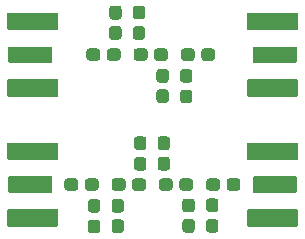
<source format=gbr>
G04 #@! TF.GenerationSoftware,KiCad,Pcbnew,(5.1.7)-1*
G04 #@! TF.CreationDate,2020-11-10T17:20:51+01:00*
G04 #@! TF.ProjectId,137_MHz_BPF_2nd_Order,3133375f-4d48-47a5-9f42-50465f326e64,rev?*
G04 #@! TF.SameCoordinates,Original*
G04 #@! TF.FileFunction,Soldermask,Top*
G04 #@! TF.FilePolarity,Negative*
%FSLAX46Y46*%
G04 Gerber Fmt 4.6, Leading zero omitted, Abs format (unit mm)*
G04 Created by KiCad (PCBNEW (5.1.7)-1) date 2020-11-10 17:20:51*
%MOMM*%
%LPD*%
G01*
G04 APERTURE LIST*
G04 APERTURE END LIST*
G36*
G01*
X39274200Y-58262900D02*
X39274200Y-57737100D01*
G75*
G02*
X39537100Y-57474200I262900J0D01*
G01*
X40187900Y-57474200D01*
G75*
G02*
X40450800Y-57737100I0J-262900D01*
G01*
X40450800Y-58262900D01*
G75*
G02*
X40187900Y-58525800I-262900J0D01*
G01*
X39537100Y-58525800D01*
G75*
G02*
X39274200Y-58262900I0J262900D01*
G01*
G37*
G36*
G01*
X37549200Y-58262900D02*
X37549200Y-57737100D01*
G75*
G02*
X37812100Y-57474200I262900J0D01*
G01*
X38462900Y-57474200D01*
G75*
G02*
X38725800Y-57737100I0J-262900D01*
G01*
X38725800Y-58262900D01*
G75*
G02*
X38462900Y-58525800I-262900J0D01*
G01*
X37812100Y-58525800D01*
G75*
G02*
X37549200Y-58262900I0J262900D01*
G01*
G37*
G36*
G01*
X39737100Y-55574200D02*
X40262900Y-55574200D01*
G75*
G02*
X40525800Y-55837100I0J-262900D01*
G01*
X40525800Y-56487900D01*
G75*
G02*
X40262900Y-56750800I-262900J0D01*
G01*
X39737100Y-56750800D01*
G75*
G02*
X39474200Y-56487900I0J262900D01*
G01*
X39474200Y-55837100D01*
G75*
G02*
X39737100Y-55574200I262900J0D01*
G01*
G37*
G36*
G01*
X39737100Y-53849200D02*
X40262900Y-53849200D01*
G75*
G02*
X40525800Y-54112100I0J-262900D01*
G01*
X40525800Y-54762900D01*
G75*
G02*
X40262900Y-55025800I-262900J0D01*
G01*
X39737100Y-55025800D01*
G75*
G02*
X39474200Y-54762900I0J262900D01*
G01*
X39474200Y-54112100D01*
G75*
G02*
X39737100Y-53849200I262900J0D01*
G01*
G37*
G36*
G01*
X41549200Y-58262900D02*
X41549200Y-57737100D01*
G75*
G02*
X41812100Y-57474200I262900J0D01*
G01*
X42462900Y-57474200D01*
G75*
G02*
X42725800Y-57737100I0J-262900D01*
G01*
X42725800Y-58262900D01*
G75*
G02*
X42462900Y-58525800I-262900J0D01*
G01*
X41812100Y-58525800D01*
G75*
G02*
X41549200Y-58262900I0J262900D01*
G01*
G37*
G36*
G01*
X43274200Y-58262900D02*
X43274200Y-57737100D01*
G75*
G02*
X43537100Y-57474200I262900J0D01*
G01*
X44187900Y-57474200D01*
G75*
G02*
X44450800Y-57737100I0J-262900D01*
G01*
X44450800Y-58262900D01*
G75*
G02*
X44187900Y-58525800I-262900J0D01*
G01*
X43537100Y-58525800D01*
G75*
G02*
X43274200Y-58262900I0J262900D01*
G01*
G37*
G36*
G01*
X44262900Y-62113300D02*
X43737100Y-62113300D01*
G75*
G02*
X43474200Y-61850400I0J262900D01*
G01*
X43474200Y-61199600D01*
G75*
G02*
X43737100Y-60936700I262900J0D01*
G01*
X44262900Y-60936700D01*
G75*
G02*
X44525800Y-61199600I0J-262900D01*
G01*
X44525800Y-61850400D01*
G75*
G02*
X44262900Y-62113300I-262900J0D01*
G01*
G37*
G36*
G01*
X44262900Y-60388300D02*
X43737100Y-60388300D01*
G75*
G02*
X43474200Y-60125400I0J262900D01*
G01*
X43474200Y-59474600D01*
G75*
G02*
X43737100Y-59211700I262900J0D01*
G01*
X44262900Y-59211700D01*
G75*
G02*
X44525800Y-59474600I0J-262900D01*
G01*
X44525800Y-60125400D01*
G75*
G02*
X44262900Y-60388300I-262900J0D01*
G01*
G37*
G36*
G01*
X47274200Y-58262900D02*
X47274200Y-57737100D01*
G75*
G02*
X47537100Y-57474200I262900J0D01*
G01*
X48187900Y-57474200D01*
G75*
G02*
X48450800Y-57737100I0J-262900D01*
G01*
X48450800Y-58262900D01*
G75*
G02*
X48187900Y-58525800I-262900J0D01*
G01*
X47537100Y-58525800D01*
G75*
G02*
X47274200Y-58262900I0J262900D01*
G01*
G37*
G36*
G01*
X45549200Y-58262900D02*
X45549200Y-57737100D01*
G75*
G02*
X45812100Y-57474200I262900J0D01*
G01*
X46462900Y-57474200D01*
G75*
G02*
X46725800Y-57737100I0J-262900D01*
G01*
X46725800Y-58262900D01*
G75*
G02*
X46462900Y-58525800I-262900J0D01*
G01*
X45812100Y-58525800D01*
G75*
G02*
X45549200Y-58262900I0J262900D01*
G01*
G37*
G36*
G01*
X37411700Y-69262900D02*
X37411700Y-68737100D01*
G75*
G02*
X37674600Y-68474200I262900J0D01*
G01*
X38325400Y-68474200D01*
G75*
G02*
X38588300Y-68737100I0J-262900D01*
G01*
X38588300Y-69262900D01*
G75*
G02*
X38325400Y-69525800I-262900J0D01*
G01*
X37674600Y-69525800D01*
G75*
G02*
X37411700Y-69262900I0J262900D01*
G01*
G37*
G36*
G01*
X35686700Y-69262900D02*
X35686700Y-68737100D01*
G75*
G02*
X35949600Y-68474200I262900J0D01*
G01*
X36600400Y-68474200D01*
G75*
G02*
X36863300Y-68737100I0J-262900D01*
G01*
X36863300Y-69262900D01*
G75*
G02*
X36600400Y-69525800I-262900J0D01*
G01*
X35949600Y-69525800D01*
G75*
G02*
X35686700Y-69262900I0J262900D01*
G01*
G37*
G36*
G01*
X39686700Y-69262900D02*
X39686700Y-68737100D01*
G75*
G02*
X39949600Y-68474200I262900J0D01*
G01*
X40600400Y-68474200D01*
G75*
G02*
X40863300Y-68737100I0J-262900D01*
G01*
X40863300Y-69262900D01*
G75*
G02*
X40600400Y-69525800I-262900J0D01*
G01*
X39949600Y-69525800D01*
G75*
G02*
X39686700Y-69262900I0J262900D01*
G01*
G37*
G36*
G01*
X41411700Y-69262900D02*
X41411700Y-68737100D01*
G75*
G02*
X41674600Y-68474200I262900J0D01*
G01*
X42325400Y-68474200D01*
G75*
G02*
X42588300Y-68737100I0J-262900D01*
G01*
X42588300Y-69262900D01*
G75*
G02*
X42325400Y-69525800I-262900J0D01*
G01*
X41674600Y-69525800D01*
G75*
G02*
X41411700Y-69262900I0J262900D01*
G01*
G37*
G36*
G01*
X45411700Y-69262900D02*
X45411700Y-68737100D01*
G75*
G02*
X45674600Y-68474200I262900J0D01*
G01*
X46325400Y-68474200D01*
G75*
G02*
X46588300Y-68737100I0J-262900D01*
G01*
X46588300Y-69262900D01*
G75*
G02*
X46325400Y-69525800I-262900J0D01*
G01*
X45674600Y-69525800D01*
G75*
G02*
X45411700Y-69262900I0J262900D01*
G01*
G37*
G36*
G01*
X43686700Y-69262900D02*
X43686700Y-68737100D01*
G75*
G02*
X43949600Y-68474200I262900J0D01*
G01*
X44600400Y-68474200D01*
G75*
G02*
X44863300Y-68737100I0J-262900D01*
G01*
X44863300Y-69262900D01*
G75*
G02*
X44600400Y-69525800I-262900J0D01*
G01*
X43949600Y-69525800D01*
G75*
G02*
X43686700Y-69262900I0J262900D01*
G01*
G37*
G36*
G01*
X49411700Y-69262900D02*
X49411700Y-68737100D01*
G75*
G02*
X49674600Y-68474200I262900J0D01*
G01*
X50325400Y-68474200D01*
G75*
G02*
X50588300Y-68737100I0J-262900D01*
G01*
X50588300Y-69262900D01*
G75*
G02*
X50325400Y-69525800I-262900J0D01*
G01*
X49674600Y-69525800D01*
G75*
G02*
X49411700Y-69262900I0J262900D01*
G01*
G37*
G36*
G01*
X47686700Y-69262900D02*
X47686700Y-68737100D01*
G75*
G02*
X47949600Y-68474200I262900J0D01*
G01*
X48600400Y-68474200D01*
G75*
G02*
X48863300Y-68737100I0J-262900D01*
G01*
X48863300Y-69262900D01*
G75*
G02*
X48600400Y-69525800I-262900J0D01*
G01*
X47949600Y-69525800D01*
G75*
G02*
X47686700Y-69262900I0J262900D01*
G01*
G37*
G36*
G01*
X40462900Y-73113300D02*
X39937100Y-73113300D01*
G75*
G02*
X39674200Y-72850400I0J262900D01*
G01*
X39674200Y-72199600D01*
G75*
G02*
X39937100Y-71936700I262900J0D01*
G01*
X40462900Y-71936700D01*
G75*
G02*
X40725800Y-72199600I0J-262900D01*
G01*
X40725800Y-72850400D01*
G75*
G02*
X40462900Y-73113300I-262900J0D01*
G01*
G37*
G36*
G01*
X40462900Y-71388300D02*
X39937100Y-71388300D01*
G75*
G02*
X39674200Y-71125400I0J262900D01*
G01*
X39674200Y-70474600D01*
G75*
G02*
X39937100Y-70211700I262900J0D01*
G01*
X40462900Y-70211700D01*
G75*
G02*
X40725800Y-70474600I0J-262900D01*
G01*
X40725800Y-71125400D01*
G75*
G02*
X40462900Y-71388300I-262900J0D01*
G01*
G37*
G36*
G01*
X43837100Y-64911700D02*
X44362900Y-64911700D01*
G75*
G02*
X44625800Y-65174600I0J-262900D01*
G01*
X44625800Y-65825400D01*
G75*
G02*
X44362900Y-66088300I-262900J0D01*
G01*
X43837100Y-66088300D01*
G75*
G02*
X43574200Y-65825400I0J262900D01*
G01*
X43574200Y-65174600D01*
G75*
G02*
X43837100Y-64911700I262900J0D01*
G01*
G37*
G36*
G01*
X43837100Y-66636700D02*
X44362900Y-66636700D01*
G75*
G02*
X44625800Y-66899600I0J-262900D01*
G01*
X44625800Y-67550400D01*
G75*
G02*
X44362900Y-67813300I-262900J0D01*
G01*
X43837100Y-67813300D01*
G75*
G02*
X43574200Y-67550400I0J262900D01*
G01*
X43574200Y-66899600D01*
G75*
G02*
X43837100Y-66636700I262900J0D01*
G01*
G37*
G36*
G01*
X46462900Y-73088300D02*
X45937100Y-73088300D01*
G75*
G02*
X45674200Y-72825400I0J262900D01*
G01*
X45674200Y-72174600D01*
G75*
G02*
X45937100Y-71911700I262900J0D01*
G01*
X46462900Y-71911700D01*
G75*
G02*
X46725800Y-72174600I0J-262900D01*
G01*
X46725800Y-72825400D01*
G75*
G02*
X46462900Y-73088300I-262900J0D01*
G01*
G37*
G36*
G01*
X46462900Y-71363300D02*
X45937100Y-71363300D01*
G75*
G02*
X45674200Y-71100400I0J262900D01*
G01*
X45674200Y-70449600D01*
G75*
G02*
X45937100Y-70186700I262900J0D01*
G01*
X46462900Y-70186700D01*
G75*
G02*
X46725800Y-70449600I0J-262900D01*
G01*
X46725800Y-71100400D01*
G75*
G02*
X46462900Y-71363300I-262900J0D01*
G01*
G37*
G36*
G01*
X31000000Y-57314200D02*
X34600000Y-57314200D01*
G75*
G02*
X34650800Y-57365000I0J-50800D01*
G01*
X34650800Y-58635000D01*
G75*
G02*
X34600000Y-58685800I-50800J0D01*
G01*
X31000000Y-58685800D01*
G75*
G02*
X30949200Y-58635000I0J50800D01*
G01*
X30949200Y-57365000D01*
G75*
G02*
X31000000Y-57314200I50800J0D01*
G01*
G37*
G36*
G01*
X30900000Y-60099200D02*
X35100000Y-60099200D01*
G75*
G02*
X35150800Y-60150000I0J-50800D01*
G01*
X35150800Y-61500000D01*
G75*
G02*
X35100000Y-61550800I-50800J0D01*
G01*
X30900000Y-61550800D01*
G75*
G02*
X30849200Y-61500000I0J50800D01*
G01*
X30849200Y-60150000D01*
G75*
G02*
X30900000Y-60099200I50800J0D01*
G01*
G37*
G36*
G01*
X30900000Y-54449200D02*
X35100000Y-54449200D01*
G75*
G02*
X35150800Y-54500000I0J-50800D01*
G01*
X35150800Y-55850000D01*
G75*
G02*
X35100000Y-55900800I-50800J0D01*
G01*
X30900000Y-55900800D01*
G75*
G02*
X30849200Y-55850000I0J50800D01*
G01*
X30849200Y-54500000D01*
G75*
G02*
X30900000Y-54449200I50800J0D01*
G01*
G37*
G36*
G01*
X55400000Y-61550800D02*
X51200000Y-61550800D01*
G75*
G02*
X51149200Y-61500000I0J50800D01*
G01*
X51149200Y-60150000D01*
G75*
G02*
X51200000Y-60099200I50800J0D01*
G01*
X55400000Y-60099200D01*
G75*
G02*
X55450800Y-60150000I0J-50800D01*
G01*
X55450800Y-61500000D01*
G75*
G02*
X55400000Y-61550800I-50800J0D01*
G01*
G37*
G36*
G01*
X55400000Y-55900800D02*
X51200000Y-55900800D01*
G75*
G02*
X51149200Y-55850000I0J50800D01*
G01*
X51149200Y-54500000D01*
G75*
G02*
X51200000Y-54449200I50800J0D01*
G01*
X55400000Y-54449200D01*
G75*
G02*
X55450800Y-54500000I0J-50800D01*
G01*
X55450800Y-55850000D01*
G75*
G02*
X55400000Y-55900800I-50800J0D01*
G01*
G37*
G36*
G01*
X55300000Y-58685800D02*
X51700000Y-58685800D01*
G75*
G02*
X51649200Y-58635000I0J50800D01*
G01*
X51649200Y-57365000D01*
G75*
G02*
X51700000Y-57314200I50800J0D01*
G01*
X55300000Y-57314200D01*
G75*
G02*
X55350800Y-57365000I0J-50800D01*
G01*
X55350800Y-58635000D01*
G75*
G02*
X55300000Y-58685800I-50800J0D01*
G01*
G37*
G36*
G01*
X30900000Y-65449200D02*
X35100000Y-65449200D01*
G75*
G02*
X35150800Y-65500000I0J-50800D01*
G01*
X35150800Y-66850000D01*
G75*
G02*
X35100000Y-66900800I-50800J0D01*
G01*
X30900000Y-66900800D01*
G75*
G02*
X30849200Y-66850000I0J50800D01*
G01*
X30849200Y-65500000D01*
G75*
G02*
X30900000Y-65449200I50800J0D01*
G01*
G37*
G36*
G01*
X30900000Y-71099200D02*
X35100000Y-71099200D01*
G75*
G02*
X35150800Y-71150000I0J-50800D01*
G01*
X35150800Y-72500000D01*
G75*
G02*
X35100000Y-72550800I-50800J0D01*
G01*
X30900000Y-72550800D01*
G75*
G02*
X30849200Y-72500000I0J50800D01*
G01*
X30849200Y-71150000D01*
G75*
G02*
X30900000Y-71099200I50800J0D01*
G01*
G37*
G36*
G01*
X31000000Y-68314200D02*
X34600000Y-68314200D01*
G75*
G02*
X34650800Y-68365000I0J-50800D01*
G01*
X34650800Y-69635000D01*
G75*
G02*
X34600000Y-69685800I-50800J0D01*
G01*
X31000000Y-69685800D01*
G75*
G02*
X30949200Y-69635000I0J50800D01*
G01*
X30949200Y-68365000D01*
G75*
G02*
X31000000Y-68314200I50800J0D01*
G01*
G37*
G36*
G01*
X55300000Y-69685800D02*
X51700000Y-69685800D01*
G75*
G02*
X51649200Y-69635000I0J50800D01*
G01*
X51649200Y-68365000D01*
G75*
G02*
X51700000Y-68314200I50800J0D01*
G01*
X55300000Y-68314200D01*
G75*
G02*
X55350800Y-68365000I0J-50800D01*
G01*
X55350800Y-69635000D01*
G75*
G02*
X55300000Y-69685800I-50800J0D01*
G01*
G37*
G36*
G01*
X55400000Y-66900800D02*
X51200000Y-66900800D01*
G75*
G02*
X51149200Y-66850000I0J50800D01*
G01*
X51149200Y-65500000D01*
G75*
G02*
X51200000Y-65449200I50800J0D01*
G01*
X55400000Y-65449200D01*
G75*
G02*
X55450800Y-65500000I0J-50800D01*
G01*
X55450800Y-66850000D01*
G75*
G02*
X55400000Y-66900800I-50800J0D01*
G01*
G37*
G36*
G01*
X55400000Y-72550800D02*
X51200000Y-72550800D01*
G75*
G02*
X51149200Y-72500000I0J50800D01*
G01*
X51149200Y-71150000D01*
G75*
G02*
X51200000Y-71099200I50800J0D01*
G01*
X55400000Y-71099200D01*
G75*
G02*
X55450800Y-71150000I0J-50800D01*
G01*
X55450800Y-72500000D01*
G75*
G02*
X55400000Y-72550800I-50800J0D01*
G01*
G37*
G36*
G01*
X42262900Y-56750800D02*
X41737100Y-56750800D01*
G75*
G02*
X41474200Y-56487900I0J262900D01*
G01*
X41474200Y-55862100D01*
G75*
G02*
X41737100Y-55599200I262900J0D01*
G01*
X42262900Y-55599200D01*
G75*
G02*
X42525800Y-55862100I0J-262900D01*
G01*
X42525800Y-56487900D01*
G75*
G02*
X42262900Y-56750800I-262900J0D01*
G01*
G37*
G36*
G01*
X42262900Y-55000800D02*
X41737100Y-55000800D01*
G75*
G02*
X41474200Y-54737900I0J262900D01*
G01*
X41474200Y-54112100D01*
G75*
G02*
X41737100Y-53849200I262900J0D01*
G01*
X42262900Y-53849200D01*
G75*
G02*
X42525800Y-54112100I0J-262900D01*
G01*
X42525800Y-54737900D01*
G75*
G02*
X42262900Y-55000800I-262900J0D01*
G01*
G37*
G36*
G01*
X45737100Y-59224200D02*
X46262900Y-59224200D01*
G75*
G02*
X46525800Y-59487100I0J-262900D01*
G01*
X46525800Y-60112900D01*
G75*
G02*
X46262900Y-60375800I-262900J0D01*
G01*
X45737100Y-60375800D01*
G75*
G02*
X45474200Y-60112900I0J262900D01*
G01*
X45474200Y-59487100D01*
G75*
G02*
X45737100Y-59224200I262900J0D01*
G01*
G37*
G36*
G01*
X45737100Y-60974200D02*
X46262900Y-60974200D01*
G75*
G02*
X46525800Y-61237100I0J-262900D01*
G01*
X46525800Y-61862900D01*
G75*
G02*
X46262900Y-62125800I-262900J0D01*
G01*
X45737100Y-62125800D01*
G75*
G02*
X45474200Y-61862900I0J262900D01*
G01*
X45474200Y-61237100D01*
G75*
G02*
X45737100Y-60974200I262900J0D01*
G01*
G37*
G36*
G01*
X37937100Y-71974200D02*
X38462900Y-71974200D01*
G75*
G02*
X38725800Y-72237100I0J-262900D01*
G01*
X38725800Y-72862900D01*
G75*
G02*
X38462900Y-73125800I-262900J0D01*
G01*
X37937100Y-73125800D01*
G75*
G02*
X37674200Y-72862900I0J262900D01*
G01*
X37674200Y-72237100D01*
G75*
G02*
X37937100Y-71974200I262900J0D01*
G01*
G37*
G36*
G01*
X37937100Y-70224200D02*
X38462900Y-70224200D01*
G75*
G02*
X38725800Y-70487100I0J-262900D01*
G01*
X38725800Y-71112900D01*
G75*
G02*
X38462900Y-71375800I-262900J0D01*
G01*
X37937100Y-71375800D01*
G75*
G02*
X37674200Y-71112900I0J262900D01*
G01*
X37674200Y-70487100D01*
G75*
G02*
X37937100Y-70224200I262900J0D01*
G01*
G37*
G36*
G01*
X42362900Y-67825800D02*
X41837100Y-67825800D01*
G75*
G02*
X41574200Y-67562900I0J262900D01*
G01*
X41574200Y-66937100D01*
G75*
G02*
X41837100Y-66674200I262900J0D01*
G01*
X42362900Y-66674200D01*
G75*
G02*
X42625800Y-66937100I0J-262900D01*
G01*
X42625800Y-67562900D01*
G75*
G02*
X42362900Y-67825800I-262900J0D01*
G01*
G37*
G36*
G01*
X42362900Y-66075800D02*
X41837100Y-66075800D01*
G75*
G02*
X41574200Y-65812900I0J262900D01*
G01*
X41574200Y-65187100D01*
G75*
G02*
X41837100Y-64924200I262900J0D01*
G01*
X42362900Y-64924200D01*
G75*
G02*
X42625800Y-65187100I0J-262900D01*
G01*
X42625800Y-65812900D01*
G75*
G02*
X42362900Y-66075800I-262900J0D01*
G01*
G37*
G36*
G01*
X47937100Y-71924200D02*
X48462900Y-71924200D01*
G75*
G02*
X48725800Y-72187100I0J-262900D01*
G01*
X48725800Y-72812900D01*
G75*
G02*
X48462900Y-73075800I-262900J0D01*
G01*
X47937100Y-73075800D01*
G75*
G02*
X47674200Y-72812900I0J262900D01*
G01*
X47674200Y-72187100D01*
G75*
G02*
X47937100Y-71924200I262900J0D01*
G01*
G37*
G36*
G01*
X47937100Y-70174200D02*
X48462900Y-70174200D01*
G75*
G02*
X48725800Y-70437100I0J-262900D01*
G01*
X48725800Y-71062900D01*
G75*
G02*
X48462900Y-71325800I-262900J0D01*
G01*
X47937100Y-71325800D01*
G75*
G02*
X47674200Y-71062900I0J262900D01*
G01*
X47674200Y-70437100D01*
G75*
G02*
X47937100Y-70174200I262900J0D01*
G01*
G37*
M02*

</source>
